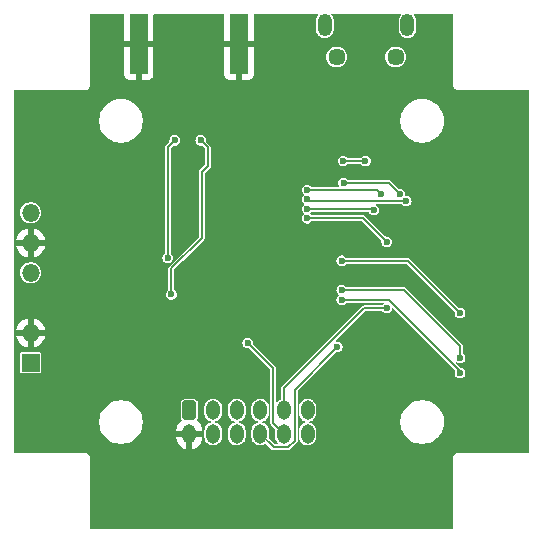
<source format=gbr>
%TF.GenerationSoftware,KiCad,Pcbnew,8.0.8*%
%TF.CreationDate,2025-04-15T16:12:00+02:00*%
%TF.ProjectId,gFocus,67466f63-7573-42e6-9b69-6361645f7063,rev?*%
%TF.SameCoordinates,Original*%
%TF.FileFunction,Copper,L2,Bot*%
%TF.FilePolarity,Positive*%
%FSLAX46Y46*%
G04 Gerber Fmt 4.6, Leading zero omitted, Abs format (unit mm)*
G04 Created by KiCad (PCBNEW 8.0.8) date 2025-04-15 16:12:00*
%MOMM*%
%LPD*%
G01*
G04 APERTURE LIST*
G04 Aperture macros list*
%AMRoundRect*
0 Rectangle with rounded corners*
0 $1 Rounding radius*
0 $2 $3 $4 $5 $6 $7 $8 $9 X,Y pos of 4 corners*
0 Add a 4 corners polygon primitive as box body*
4,1,4,$2,$3,$4,$5,$6,$7,$8,$9,$2,$3,0*
0 Add four circle primitives for the rounded corners*
1,1,$1+$1,$2,$3*
1,1,$1+$1,$4,$5*
1,1,$1+$1,$6,$7*
1,1,$1+$1,$8,$9*
0 Add four rect primitives between the rounded corners*
20,1,$1+$1,$2,$3,$4,$5,0*
20,1,$1+$1,$4,$5,$6,$7,0*
20,1,$1+$1,$6,$7,$8,$9,0*
20,1,$1+$1,$8,$9,$2,$3,0*%
G04 Aperture macros list end*
%TA.AperFunction,ComponentPad*%
%ADD10R,1.500000X1.500000*%
%TD*%
%TA.AperFunction,ComponentPad*%
%ADD11O,1.500000X1.500000*%
%TD*%
%TA.AperFunction,HeatsinkPad*%
%ADD12O,1.200000X1.900000*%
%TD*%
%TA.AperFunction,HeatsinkPad*%
%ADD13C,1.450000*%
%TD*%
%TA.AperFunction,ComponentPad*%
%ADD14RoundRect,0.250000X-0.350000X-0.575000X0.350000X-0.575000X0.350000X0.575000X-0.350000X0.575000X0*%
%TD*%
%TA.AperFunction,ComponentPad*%
%ADD15O,1.200000X1.650000*%
%TD*%
%TA.AperFunction,SMDPad,CuDef*%
%ADD16R,1.500000X5.080000*%
%TD*%
%TA.AperFunction,ViaPad*%
%ADD17C,0.600000*%
%TD*%
%TA.AperFunction,Conductor*%
%ADD18C,0.200000*%
%TD*%
G04 APERTURE END LIST*
D10*
%TO.P,U1,1,VIN+*%
%TO.N,+5V*%
X125500000Y-105382500D03*
D11*
%TO.P,U1,2,VIN-*%
%TO.N,GND*%
X125500000Y-102842500D03*
%TO.P,U1,4,VOUT-*%
%TO.N,-15V*%
X125500000Y-97762500D03*
%TO.P,U1,5,0V*%
%TO.N,GND*%
X125500000Y-95222500D03*
%TO.P,U1,6,VOUT+*%
%TO.N,+15V*%
X125500000Y-92682500D03*
%TD*%
D12*
%TO.P,J4,6,Shield*%
%TO.N,Net-(J4-Shield)*%
X157400000Y-76800000D03*
D13*
X156400000Y-79500000D03*
X151400000Y-79500000D03*
D12*
X150400000Y-76800000D03*
%TD*%
D14*
%TO.P,J3,1,Pin_1*%
%TO.N,unconnected-(J3-Pin_1-Pad1)*%
X138945000Y-109400000D03*
D15*
%TO.P,J3,2,Pin_2*%
%TO.N,GND*%
X138945000Y-111400000D03*
%TO.P,J3,3,Pin_3*%
%TO.N,unconnected-(J3-Pin_3-Pad3)*%
X140945000Y-109400000D03*
%TO.P,J3,4,Pin_4*%
%TO.N,unconnected-(J3-Pin_4-Pad4)*%
X140945000Y-111400000D03*
%TO.P,J3,5,Pin_5*%
%TO.N,unconnected-(J3-Pin_5-Pad5)*%
X142945000Y-109400000D03*
%TO.P,J3,6,Pin_6*%
%TO.N,unconnected-(J3-Pin_6-Pad6)*%
X142945000Y-111400000D03*
%TO.P,J3,7,Pin_7*%
%TO.N,unconnected-(J3-Pin_7-Pad7)*%
X144945000Y-109400000D03*
%TO.P,J3,8,Pin_8*%
%TO.N,S_CLK*%
X144945000Y-111400000D03*
%TO.P,J3,9,Pin_9*%
%TO.N,S_DIN*%
X146945000Y-109400000D03*
%TO.P,J3,10,Pin_10*%
%TO.N,Net-(J3-Pin_10)*%
X146945000Y-111400000D03*
%TO.P,J3,11,Pin_11*%
%TO.N,unconnected-(J3-Pin_11-Pad11)*%
X148945000Y-109400000D03*
%TO.P,J3,12,Pin_12*%
%TO.N,+5V*%
X148945000Y-111400000D03*
%TD*%
D16*
%TO.P,J2,2,Ext*%
%TO.N,GND*%
X134650000Y-78400000D03*
X143150000Y-78400000D03*
%TD*%
D17*
%TO.N,GND*%
X152400000Y-95100000D03*
X133400000Y-90800000D03*
X132100000Y-103400000D03*
X165920000Y-103690000D03*
X136800000Y-102500000D03*
X152900000Y-103600000D03*
X162800000Y-98750000D03*
X143100000Y-78000000D03*
X150300000Y-80700000D03*
X141400000Y-92700000D03*
X165935000Y-104977500D03*
X161150000Y-93050000D03*
X150700000Y-89250000D03*
X148300000Y-85100000D03*
X156150000Y-104450000D03*
X165800000Y-89100000D03*
X145350000Y-96650000D03*
X134600000Y-78000000D03*
X148900000Y-97300000D03*
X165900000Y-83400000D03*
X131800000Y-92700000D03*
X141700000Y-101550000D03*
X135100000Y-90800000D03*
X160000000Y-97250000D03*
X146500000Y-80000000D03*
X166050000Y-92050000D03*
X135900000Y-105400000D03*
X139900000Y-88500000D03*
X143900000Y-106300000D03*
X163950000Y-95650000D03*
X146500000Y-77900000D03*
X136450000Y-93675000D03*
X145350000Y-98750000D03*
X151762500Y-84900000D03*
X147420000Y-88870000D03*
X133900000Y-99600000D03*
X165800000Y-85500000D03*
X139000000Y-100350000D03*
X154400000Y-108200000D03*
X152550000Y-111800000D03*
X137700000Y-88500000D03*
X138600000Y-91500000D03*
X144000000Y-84700000D03*
%TO.N,+12V*%
X137112500Y-96500000D03*
X137700000Y-86550000D03*
%TO.N,-12V*%
X139900000Y-86550000D03*
X137412500Y-99600000D03*
%TO.N,SWDIO*%
X161850000Y-106250000D03*
X151850000Y-100050003D03*
%TO.N,SWDCLK*%
X161850000Y-104980000D03*
X151850000Y-99250000D03*
%TO.N,S_DIN*%
X155650000Y-100750000D03*
%TO.N,Net-(J3-Pin_10)*%
X143887500Y-103700000D03*
%TO.N,S_CLK*%
X151450000Y-104050000D03*
%TO.N,SYNC*%
X155150000Y-91100000D03*
X148900000Y-90750000D03*
%TO.N,CLK*%
X152000000Y-90150000D03*
X156750000Y-91100000D03*
%TO.N,LDAC*%
X148900000Y-92350006D03*
X154550000Y-92450000D03*
%TO.N,MISO*%
X155650000Y-95150000D03*
X148900000Y-93150009D03*
%TO.N,MOSI*%
X157300000Y-91700000D03*
X148900000Y-91550003D03*
%TO.N,ID*%
X153850000Y-88300000D03*
X151950000Y-88300000D03*
%TO.N,RESET*%
X161850000Y-101170000D03*
X151850000Y-96750000D03*
%TD*%
D18*
%TO.N,+12V*%
X137100000Y-96487500D02*
X137100000Y-87150000D01*
X137100000Y-87150000D02*
X137700000Y-86550000D01*
X137112500Y-96500000D02*
X137100000Y-96487500D01*
%TO.N,-12V*%
X140000000Y-89248529D02*
X140500000Y-88748529D01*
X140500000Y-87150000D02*
X139900000Y-86550000D01*
X137412500Y-97387500D02*
X140000000Y-94800000D01*
X140500000Y-88748529D02*
X140500000Y-87150000D01*
X140000000Y-94800000D02*
X140000000Y-89248529D01*
X137412500Y-99600000D02*
X137412500Y-97387500D01*
%TO.N,S_DIN*%
X146945000Y-109400000D02*
X146945000Y-107555000D01*
X146945000Y-107555000D02*
X153750000Y-100750000D01*
X153750000Y-100750000D02*
X155650000Y-100750000D01*
%TO.N,Net-(J3-Pin_10)*%
X146045000Y-110500000D02*
X146045000Y-105857500D01*
X146045000Y-105857500D02*
X143887500Y-103700000D01*
X146945000Y-111400000D02*
X146045000Y-110500000D01*
%TO.N,S_CLK*%
X146070000Y-112525000D02*
X144945000Y-111400000D01*
X147845000Y-107655000D02*
X147845000Y-111997792D01*
X151450000Y-104050000D02*
X147845000Y-107655000D01*
X147845000Y-111997792D02*
X147317792Y-112525000D01*
X147317792Y-112525000D02*
X146070000Y-112525000D01*
%TO.N,SYNC*%
X154800000Y-90750000D02*
X155150000Y-91100000D01*
X148900000Y-90750000D02*
X154800000Y-90750000D01*
%TO.N,CLK*%
X155800000Y-90150000D02*
X156750000Y-91100000D01*
X152000000Y-90150000D02*
X155800000Y-90150000D01*
%TO.N,LDAC*%
X154450006Y-92350006D02*
X154550000Y-92450000D01*
X148900000Y-92350006D02*
X154450006Y-92350006D01*
%TO.N,MISO*%
X153650009Y-93150009D02*
X155650000Y-95150000D01*
X148900000Y-93150009D02*
X153650009Y-93150009D01*
%TO.N,MOSI*%
X149049997Y-91700000D02*
X157300000Y-91700000D01*
X148900000Y-91550003D02*
X149049997Y-91700000D01*
%TO.N,ID*%
X151950000Y-88300000D02*
X153850000Y-88300000D01*
%TO.N,SWDCLK*%
X157100000Y-99250000D02*
X151850000Y-99250000D01*
X161850000Y-104980000D02*
X161850000Y-104000000D01*
X161850000Y-104000000D02*
X157100000Y-99250000D01*
%TO.N,SWDIO*%
X161850000Y-106101471D02*
X155798532Y-100050003D01*
X155798532Y-100050003D02*
X151850000Y-100050003D01*
X161850000Y-106250000D02*
X161850000Y-106101471D01*
%TO.N,RESET*%
X157430000Y-96750000D02*
X151850000Y-96750000D01*
X161850000Y-101170000D02*
X157430000Y-96750000D01*
%TD*%
%TA.AperFunction,Conductor*%
%TO.N,GND*%
G36*
X133385648Y-75864852D02*
G01*
X133400000Y-75899500D01*
X133400000Y-78150000D01*
X135900000Y-78150000D01*
X135900000Y-75899500D01*
X135914352Y-75864852D01*
X135949000Y-75850500D01*
X141851000Y-75850500D01*
X141885648Y-75864852D01*
X141900000Y-75899500D01*
X141900000Y-78150000D01*
X144400000Y-78150000D01*
X144400000Y-75899500D01*
X144414352Y-75864852D01*
X144449000Y-75850500D01*
X149819837Y-75850500D01*
X149854485Y-75864852D01*
X149868837Y-75899500D01*
X149854485Y-75934148D01*
X149817048Y-75971584D01*
X149734914Y-76094508D01*
X149678342Y-76231084D01*
X149678340Y-76231093D01*
X149649500Y-76376078D01*
X149649500Y-77223921D01*
X149678340Y-77368906D01*
X149678342Y-77368915D01*
X149734914Y-77505491D01*
X149734916Y-77505495D01*
X149817049Y-77628416D01*
X149921584Y-77732951D01*
X150044505Y-77815084D01*
X150112796Y-77843371D01*
X150181084Y-77871657D01*
X150181085Y-77871657D01*
X150181087Y-77871658D01*
X150326082Y-77900500D01*
X150473918Y-77900500D01*
X150618913Y-77871658D01*
X150755495Y-77815084D01*
X150878416Y-77732951D01*
X150982951Y-77628416D01*
X151065084Y-77505495D01*
X151121658Y-77368913D01*
X151150500Y-77223918D01*
X151150500Y-76376082D01*
X151121658Y-76231087D01*
X151065084Y-76094505D01*
X150982951Y-75971584D01*
X150945515Y-75934148D01*
X150931163Y-75899500D01*
X150945515Y-75864852D01*
X150980163Y-75850500D01*
X156819837Y-75850500D01*
X156854485Y-75864852D01*
X156868837Y-75899500D01*
X156854485Y-75934148D01*
X156817048Y-75971584D01*
X156734914Y-76094508D01*
X156678342Y-76231084D01*
X156678340Y-76231093D01*
X156649500Y-76376078D01*
X156649500Y-77223921D01*
X156678340Y-77368906D01*
X156678342Y-77368915D01*
X156734914Y-77505491D01*
X156734916Y-77505495D01*
X156817049Y-77628416D01*
X156921584Y-77732951D01*
X157044505Y-77815084D01*
X157112796Y-77843371D01*
X157181084Y-77871657D01*
X157181085Y-77871657D01*
X157181087Y-77871658D01*
X157326082Y-77900500D01*
X157473918Y-77900500D01*
X157618913Y-77871658D01*
X157755495Y-77815084D01*
X157878416Y-77732951D01*
X157982951Y-77628416D01*
X158065084Y-77505495D01*
X158121658Y-77368913D01*
X158150500Y-77223918D01*
X158150500Y-76376082D01*
X158121658Y-76231087D01*
X158065084Y-76094505D01*
X157982951Y-75971584D01*
X157945515Y-75934148D01*
X157931163Y-75899500D01*
X157945515Y-75864852D01*
X157980163Y-75850500D01*
X161200500Y-75850500D01*
X161235148Y-75864852D01*
X161249500Y-75899500D01*
X161249500Y-81865895D01*
X161283607Y-81993184D01*
X161283608Y-81993188D01*
X161349500Y-82107314D01*
X161442686Y-82200500D01*
X161484457Y-82224617D01*
X161556811Y-82266391D01*
X161556813Y-82266391D01*
X161556814Y-82266392D01*
X161657207Y-82293292D01*
X161684104Y-82300499D01*
X161684105Y-82300500D01*
X161684108Y-82300500D01*
X161815892Y-82300500D01*
X167650500Y-82300500D01*
X167685148Y-82314852D01*
X167699500Y-82349500D01*
X167699500Y-112950500D01*
X167685148Y-112985148D01*
X167650500Y-112999500D01*
X161684105Y-112999500D01*
X161556815Y-113033607D01*
X161556811Y-113033608D01*
X161442685Y-113099500D01*
X161442685Y-113099501D01*
X161349501Y-113192685D01*
X161349500Y-113192685D01*
X161283608Y-113306811D01*
X161283607Y-113306815D01*
X161249500Y-113434104D01*
X161249500Y-119400500D01*
X161235148Y-119435148D01*
X161200500Y-119449500D01*
X130599500Y-119449500D01*
X130564852Y-119435148D01*
X130550500Y-119400500D01*
X130550500Y-113434105D01*
X130550499Y-113434104D01*
X130516392Y-113306815D01*
X130516391Y-113306811D01*
X130450499Y-113192685D01*
X130357314Y-113099500D01*
X130243188Y-113033608D01*
X130243184Y-113033607D01*
X130115895Y-112999500D01*
X130115892Y-112999500D01*
X124149500Y-112999500D01*
X124114852Y-112985148D01*
X124100500Y-112950500D01*
X124100500Y-110278712D01*
X131299500Y-110278712D01*
X131299500Y-110521288D01*
X131331162Y-110761789D01*
X131331163Y-110761793D01*
X131331164Y-110761800D01*
X131393944Y-110996095D01*
X131393946Y-110996101D01*
X131486776Y-111220213D01*
X131608062Y-111430286D01*
X131608072Y-111430301D01*
X131755730Y-111622732D01*
X131755740Y-111622744D01*
X131927255Y-111794259D01*
X131927267Y-111794269D01*
X132119698Y-111941927D01*
X132119707Y-111941933D01*
X132119711Y-111941936D01*
X132329788Y-112063224D01*
X132553900Y-112156054D01*
X132553904Y-112156055D01*
X132788199Y-112218835D01*
X132788200Y-112218835D01*
X132788211Y-112218838D01*
X133028712Y-112250500D01*
X133028716Y-112250500D01*
X133271284Y-112250500D01*
X133271288Y-112250500D01*
X133511789Y-112218838D01*
X133746100Y-112156054D01*
X133970212Y-112063224D01*
X134180289Y-111941936D01*
X134372738Y-111794265D01*
X134544265Y-111622738D01*
X134691936Y-111430289D01*
X134813224Y-111220212D01*
X134867811Y-111088428D01*
X137845000Y-111088428D01*
X137845000Y-111150000D01*
X138598590Y-111150000D01*
X138548963Y-111235956D01*
X138520000Y-111344048D01*
X138520000Y-111455952D01*
X138548963Y-111564044D01*
X138598590Y-111650000D01*
X137845000Y-111650000D01*
X137845000Y-111711571D01*
X137872085Y-111882581D01*
X137872086Y-111882584D01*
X137925589Y-112047251D01*
X138004197Y-112201527D01*
X138004199Y-112201530D01*
X138105968Y-112341603D01*
X138105972Y-112341608D01*
X138228392Y-112464028D01*
X138228396Y-112464031D01*
X138368469Y-112565800D01*
X138368472Y-112565802D01*
X138522748Y-112644410D01*
X138687416Y-112697914D01*
X138695000Y-112699115D01*
X138695000Y-111746409D01*
X138780956Y-111796037D01*
X138889048Y-111825000D01*
X139000952Y-111825000D01*
X139109044Y-111796037D01*
X139195000Y-111746409D01*
X139195000Y-112699114D01*
X139202583Y-112697914D01*
X139367251Y-112644410D01*
X139521527Y-112565802D01*
X139521530Y-112565800D01*
X139661603Y-112464031D01*
X139661608Y-112464028D01*
X139784028Y-112341608D01*
X139784031Y-112341603D01*
X139885800Y-112201530D01*
X139885802Y-112201527D01*
X139964410Y-112047251D01*
X140017913Y-111882584D01*
X140017914Y-111882581D01*
X140045000Y-111711571D01*
X140045000Y-111650000D01*
X139291410Y-111650000D01*
X139341037Y-111564044D01*
X139370000Y-111455952D01*
X139370000Y-111344048D01*
X139341037Y-111235956D01*
X139291410Y-111150000D01*
X140045000Y-111150000D01*
X140045000Y-111088428D01*
X140017914Y-110917418D01*
X140017913Y-110917415D01*
X139964410Y-110752748D01*
X139885802Y-110598472D01*
X139885800Y-110598469D01*
X139784031Y-110458396D01*
X139784028Y-110458392D01*
X139661608Y-110335972D01*
X139661603Y-110335968D01*
X139614664Y-110301865D01*
X139595068Y-110269889D01*
X139603823Y-110233422D01*
X139608818Y-110227574D01*
X139623046Y-110213346D01*
X139623050Y-110213342D01*
X139680646Y-110100304D01*
X139695500Y-110006519D01*
X139695499Y-109101078D01*
X140194500Y-109101078D01*
X140194500Y-109698921D01*
X140223340Y-109843906D01*
X140223342Y-109843915D01*
X140279914Y-109980491D01*
X140279916Y-109980495D01*
X140318481Y-110038211D01*
X140359971Y-110100307D01*
X140362049Y-110103416D01*
X140466584Y-110207951D01*
X140589505Y-110290084D01*
X140605888Y-110296870D01*
X140726084Y-110346657D01*
X140726093Y-110346660D01*
X140752647Y-110351942D01*
X140783829Y-110372777D01*
X140791145Y-110409560D01*
X140770310Y-110440742D01*
X140752647Y-110448058D01*
X140726093Y-110453339D01*
X140726084Y-110453342D01*
X140589508Y-110509914D01*
X140466584Y-110592048D01*
X140362048Y-110696584D01*
X140279914Y-110819508D01*
X140223342Y-110956084D01*
X140223340Y-110956093D01*
X140194500Y-111101078D01*
X140194500Y-111698921D01*
X140223340Y-111843906D01*
X140223342Y-111843915D01*
X140264802Y-111944007D01*
X140279916Y-111980495D01*
X140362049Y-112103416D01*
X140466584Y-112207951D01*
X140589505Y-112290084D01*
X140657796Y-112318371D01*
X140726084Y-112346657D01*
X140726085Y-112346657D01*
X140726087Y-112346658D01*
X140871082Y-112375500D01*
X141018918Y-112375500D01*
X141163913Y-112346658D01*
X141300495Y-112290084D01*
X141423416Y-112207951D01*
X141527951Y-112103416D01*
X141610084Y-111980495D01*
X141666658Y-111843913D01*
X141695500Y-111698918D01*
X141695500Y-111101082D01*
X141666658Y-110956087D01*
X141610084Y-110819505D01*
X141527951Y-110696584D01*
X141423416Y-110592049D01*
X141300495Y-110509916D01*
X141300492Y-110509914D01*
X141300491Y-110509914D01*
X141163915Y-110453342D01*
X141163906Y-110453340D01*
X141137352Y-110448058D01*
X141106170Y-110427223D01*
X141098854Y-110390440D01*
X141119689Y-110359258D01*
X141137352Y-110351942D01*
X141152966Y-110348835D01*
X141163913Y-110346658D01*
X141300495Y-110290084D01*
X141423416Y-110207951D01*
X141527951Y-110103416D01*
X141610084Y-109980495D01*
X141666658Y-109843913D01*
X141695500Y-109698918D01*
X141695500Y-109101082D01*
X141695499Y-109101078D01*
X142194500Y-109101078D01*
X142194500Y-109698921D01*
X142223340Y-109843906D01*
X142223342Y-109843915D01*
X142279914Y-109980491D01*
X142279916Y-109980495D01*
X142318481Y-110038211D01*
X142359971Y-110100307D01*
X142362049Y-110103416D01*
X142466584Y-110207951D01*
X142589505Y-110290084D01*
X142605888Y-110296870D01*
X142726084Y-110346657D01*
X142726093Y-110346660D01*
X142752647Y-110351942D01*
X142783829Y-110372777D01*
X142791145Y-110409560D01*
X142770310Y-110440742D01*
X142752647Y-110448058D01*
X142726093Y-110453339D01*
X142726084Y-110453342D01*
X142589508Y-110509914D01*
X142466584Y-110592048D01*
X142362048Y-110696584D01*
X142279914Y-110819508D01*
X142223342Y-110956084D01*
X142223340Y-110956093D01*
X142194500Y-111101078D01*
X142194500Y-111698921D01*
X142223340Y-111843906D01*
X142223342Y-111843915D01*
X142264802Y-111944007D01*
X142279916Y-111980495D01*
X142362049Y-112103416D01*
X142466584Y-112207951D01*
X142589505Y-112290084D01*
X142657796Y-112318371D01*
X142726084Y-112346657D01*
X142726085Y-112346657D01*
X142726087Y-112346658D01*
X142871082Y-112375500D01*
X143018918Y-112375500D01*
X143163913Y-112346658D01*
X143300495Y-112290084D01*
X143423416Y-112207951D01*
X143527951Y-112103416D01*
X143610084Y-111980495D01*
X143666658Y-111843913D01*
X143695500Y-111698918D01*
X143695500Y-111101082D01*
X143666658Y-110956087D01*
X143610084Y-110819505D01*
X143527951Y-110696584D01*
X143423416Y-110592049D01*
X143300495Y-110509916D01*
X143300492Y-110509914D01*
X143300491Y-110509914D01*
X143163915Y-110453342D01*
X143163906Y-110453340D01*
X143137352Y-110448058D01*
X143106170Y-110427223D01*
X143098854Y-110390440D01*
X143119689Y-110359258D01*
X143137352Y-110351942D01*
X143152966Y-110348835D01*
X143163913Y-110346658D01*
X143300495Y-110290084D01*
X143423416Y-110207951D01*
X143527951Y-110103416D01*
X143610084Y-109980495D01*
X143666658Y-109843913D01*
X143695500Y-109698918D01*
X143695500Y-109101082D01*
X143666658Y-108956087D01*
X143610084Y-108819505D01*
X143527951Y-108696584D01*
X143423416Y-108592049D01*
X143415346Y-108586657D01*
X143382810Y-108564917D01*
X143300495Y-108509916D01*
X143300492Y-108509914D01*
X143300491Y-108509914D01*
X143163915Y-108453342D01*
X143163906Y-108453340D01*
X143018921Y-108424500D01*
X143018918Y-108424500D01*
X142871082Y-108424500D01*
X142871078Y-108424500D01*
X142726093Y-108453340D01*
X142726084Y-108453342D01*
X142589508Y-108509914D01*
X142466584Y-108592048D01*
X142362048Y-108696584D01*
X142279914Y-108819508D01*
X142223342Y-108956084D01*
X142223340Y-108956093D01*
X142194500Y-109101078D01*
X141695499Y-109101078D01*
X141666658Y-108956087D01*
X141610084Y-108819505D01*
X141527951Y-108696584D01*
X141423416Y-108592049D01*
X141415346Y-108586657D01*
X141382810Y-108564917D01*
X141300495Y-108509916D01*
X141300492Y-108509914D01*
X141300491Y-108509914D01*
X141163915Y-108453342D01*
X141163906Y-108453340D01*
X141018921Y-108424500D01*
X141018918Y-108424500D01*
X140871082Y-108424500D01*
X140871078Y-108424500D01*
X140726093Y-108453340D01*
X140726084Y-108453342D01*
X140589508Y-108509914D01*
X140466584Y-108592048D01*
X140362048Y-108696584D01*
X140279914Y-108819508D01*
X140223342Y-108956084D01*
X140223340Y-108956093D01*
X140194500Y-109101078D01*
X139695499Y-109101078D01*
X139695499Y-108793482D01*
X139680646Y-108699696D01*
X139652239Y-108643944D01*
X139623054Y-108586664D01*
X139623049Y-108586657D01*
X139533342Y-108496950D01*
X139533335Y-108496945D01*
X139420308Y-108439355D01*
X139420305Y-108439354D01*
X139420304Y-108439354D01*
X139326519Y-108424500D01*
X139326517Y-108424500D01*
X138563482Y-108424500D01*
X138469696Y-108439353D01*
X138356664Y-108496945D01*
X138356657Y-108496950D01*
X138266950Y-108586657D01*
X138266945Y-108586664D01*
X138209355Y-108699690D01*
X138209355Y-108699692D01*
X138194500Y-108793482D01*
X138194500Y-110006517D01*
X138209353Y-110100303D01*
X138266945Y-110213335D01*
X138266950Y-110213342D01*
X138281182Y-110227574D01*
X138295534Y-110262222D01*
X138281182Y-110296870D01*
X138275336Y-110301863D01*
X138228399Y-110335965D01*
X138105968Y-110458396D01*
X138004199Y-110598469D01*
X138004197Y-110598472D01*
X137925589Y-110752748D01*
X137872086Y-110917415D01*
X137872085Y-110917418D01*
X137845000Y-111088428D01*
X134867811Y-111088428D01*
X134906054Y-110996100D01*
X134968838Y-110761789D01*
X135000500Y-110521288D01*
X135000500Y-110278712D01*
X134968838Y-110038211D01*
X134959622Y-110003818D01*
X134906055Y-109803904D01*
X134906053Y-109803898D01*
X134813223Y-109579786D01*
X134691937Y-109369713D01*
X134691927Y-109369698D01*
X134544269Y-109177267D01*
X134544259Y-109177255D01*
X134372744Y-109005740D01*
X134372732Y-109005730D01*
X134180301Y-108858072D01*
X134180286Y-108858062D01*
X133970212Y-108736776D01*
X133970213Y-108736776D01*
X133746101Y-108643946D01*
X133746095Y-108643944D01*
X133511800Y-108581164D01*
X133511793Y-108581163D01*
X133511789Y-108581162D01*
X133271288Y-108549500D01*
X133028712Y-108549500D01*
X132788211Y-108581162D01*
X132788207Y-108581162D01*
X132788199Y-108581164D01*
X132553904Y-108643944D01*
X132553898Y-108643946D01*
X132329786Y-108736776D01*
X132119713Y-108858062D01*
X132119698Y-108858072D01*
X131927267Y-109005730D01*
X131927255Y-109005740D01*
X131755740Y-109177255D01*
X131755730Y-109177267D01*
X131608072Y-109369698D01*
X131608062Y-109369713D01*
X131486776Y-109579786D01*
X131393946Y-109803898D01*
X131393944Y-109803904D01*
X131331164Y-110038199D01*
X131331162Y-110038207D01*
X131331162Y-110038211D01*
X131299500Y-110278712D01*
X124100500Y-110278712D01*
X124100500Y-104617676D01*
X124599500Y-104617676D01*
X124599500Y-106147323D01*
X124608232Y-106191221D01*
X124641495Y-106241004D01*
X124691278Y-106274267D01*
X124735180Y-106283000D01*
X126264820Y-106283000D01*
X126308722Y-106274267D01*
X126358504Y-106241004D01*
X126391767Y-106191222D01*
X126400500Y-106147320D01*
X126400500Y-104617680D01*
X126391767Y-104573778D01*
X126358504Y-104523995D01*
X126308721Y-104490732D01*
X126264823Y-104482000D01*
X126264820Y-104482000D01*
X124735180Y-104482000D01*
X124735176Y-104482000D01*
X124691278Y-104490732D01*
X124641495Y-104523995D01*
X124608232Y-104573778D01*
X124599500Y-104617676D01*
X124100500Y-104617676D01*
X124100500Y-103092500D01*
X124272892Y-103092500D01*
X124320894Y-103271650D01*
X124320896Y-103271655D01*
X124413331Y-103469886D01*
X124413338Y-103469898D01*
X124538782Y-103649048D01*
X124538788Y-103649055D01*
X124693444Y-103803711D01*
X124693451Y-103803717D01*
X124872601Y-103929161D01*
X124872613Y-103929168D01*
X125070843Y-104021603D01*
X125070847Y-104021605D01*
X125250000Y-104069607D01*
X125250000Y-104069606D01*
X125750000Y-104069606D01*
X125929152Y-104021605D01*
X125929156Y-104021603D01*
X126127386Y-103929168D01*
X126127398Y-103929161D01*
X126306548Y-103803717D01*
X126306555Y-103803711D01*
X126410269Y-103699997D01*
X143432367Y-103699997D01*
X143432367Y-103700002D01*
X143450801Y-103828223D01*
X143504618Y-103946063D01*
X143570074Y-104021605D01*
X143589451Y-104043967D01*
X143698431Y-104114004D01*
X143767593Y-104134311D01*
X143822723Y-104150499D01*
X143822728Y-104150500D01*
X143952265Y-104150500D01*
X143952272Y-104150500D01*
X143952278Y-104150498D01*
X143955494Y-104150035D01*
X143991834Y-104159302D01*
X143997126Y-104163887D01*
X145780148Y-105946908D01*
X145794500Y-105981556D01*
X145794500Y-110549829D01*
X145807886Y-110582145D01*
X145832636Y-110641897D01*
X145832637Y-110641898D01*
X145832637Y-110641899D01*
X146192125Y-111001386D01*
X146206477Y-111036034D01*
X146205536Y-111045592D01*
X146194500Y-111101083D01*
X146194500Y-111698921D01*
X146223340Y-111843906D01*
X146223342Y-111843915D01*
X146264802Y-111944007D01*
X146279916Y-111980495D01*
X146324521Y-112047251D01*
X146362048Y-112103415D01*
X146449485Y-112190852D01*
X146463837Y-112225500D01*
X146449485Y-112260148D01*
X146414837Y-112274500D01*
X146194057Y-112274500D01*
X146159409Y-112260148D01*
X145697872Y-111798611D01*
X145683520Y-111763963D01*
X145684460Y-111754414D01*
X145695500Y-111698918D01*
X145695500Y-111101082D01*
X145666658Y-110956087D01*
X145610084Y-110819505D01*
X145527951Y-110696584D01*
X145423416Y-110592049D01*
X145300495Y-110509916D01*
X145300492Y-110509914D01*
X145300491Y-110509914D01*
X145163915Y-110453342D01*
X145163906Y-110453340D01*
X145137352Y-110448058D01*
X145106170Y-110427223D01*
X145098854Y-110390440D01*
X145119689Y-110359258D01*
X145137352Y-110351942D01*
X145152966Y-110348835D01*
X145163913Y-110346658D01*
X145300495Y-110290084D01*
X145423416Y-110207951D01*
X145527951Y-110103416D01*
X145610084Y-109980495D01*
X145666658Y-109843913D01*
X145695500Y-109698918D01*
X145695500Y-109101082D01*
X145666658Y-108956087D01*
X145610084Y-108819505D01*
X145527951Y-108696584D01*
X145423416Y-108592049D01*
X145415346Y-108586657D01*
X145382810Y-108564917D01*
X145300495Y-108509916D01*
X145300492Y-108509914D01*
X145300491Y-108509914D01*
X145163915Y-108453342D01*
X145163906Y-108453340D01*
X145018921Y-108424500D01*
X145018918Y-108424500D01*
X144871082Y-108424500D01*
X144871078Y-108424500D01*
X144726093Y-108453340D01*
X144726084Y-108453342D01*
X144589508Y-108509914D01*
X144466584Y-108592048D01*
X144362048Y-108696584D01*
X144279914Y-108819508D01*
X144223342Y-108956084D01*
X144223340Y-108956093D01*
X144194500Y-109101078D01*
X144194500Y-109698921D01*
X144223340Y-109843906D01*
X144223342Y-109843915D01*
X144279914Y-109980491D01*
X144279916Y-109980495D01*
X144318481Y-110038211D01*
X144359971Y-110100307D01*
X144362049Y-110103416D01*
X144466584Y-110207951D01*
X144589505Y-110290084D01*
X144605888Y-110296870D01*
X144726084Y-110346657D01*
X144726093Y-110346660D01*
X144752647Y-110351942D01*
X144783829Y-110372777D01*
X144791145Y-110409560D01*
X144770310Y-110440742D01*
X144752647Y-110448058D01*
X144726093Y-110453339D01*
X144726084Y-110453342D01*
X144589508Y-110509914D01*
X144466584Y-110592048D01*
X144362048Y-110696584D01*
X144279914Y-110819508D01*
X144223342Y-110956084D01*
X144223340Y-110956093D01*
X144194500Y-111101078D01*
X144194500Y-111698921D01*
X144223340Y-111843906D01*
X144223342Y-111843915D01*
X144264802Y-111944007D01*
X144279916Y-111980495D01*
X144362049Y-112103416D01*
X144466584Y-112207951D01*
X144589505Y-112290084D01*
X144657796Y-112318371D01*
X144726084Y-112346657D01*
X144726085Y-112346657D01*
X144726087Y-112346658D01*
X144871082Y-112375500D01*
X145018918Y-112375500D01*
X145163913Y-112346658D01*
X145300495Y-112290084D01*
X145375158Y-112240194D01*
X145411939Y-112232878D01*
X145437028Y-112246289D01*
X145857636Y-112666897D01*
X145928100Y-112737362D01*
X145928101Y-112737362D01*
X145928103Y-112737364D01*
X146020172Y-112775500D01*
X146020174Y-112775500D01*
X147367618Y-112775500D01*
X147367620Y-112775500D01*
X147459689Y-112737364D01*
X147980004Y-112217046D01*
X147980007Y-112217045D01*
X147986896Y-112210156D01*
X147986897Y-112210156D01*
X148057364Y-112139689D01*
X148094705Y-112049540D01*
X148095501Y-112047619D01*
X148095501Y-111947964D01*
X148095501Y-111944021D01*
X148095500Y-111944007D01*
X148095500Y-109101078D01*
X148194500Y-109101078D01*
X148194500Y-109698921D01*
X148223340Y-109843906D01*
X148223342Y-109843915D01*
X148279914Y-109980491D01*
X148279916Y-109980495D01*
X148318481Y-110038211D01*
X148359971Y-110100307D01*
X148362049Y-110103416D01*
X148466584Y-110207951D01*
X148589505Y-110290084D01*
X148605888Y-110296870D01*
X148726084Y-110346657D01*
X148726093Y-110346660D01*
X148752647Y-110351942D01*
X148783829Y-110372777D01*
X148791145Y-110409560D01*
X148770310Y-110440742D01*
X148752647Y-110448058D01*
X148726093Y-110453339D01*
X148726084Y-110453342D01*
X148589508Y-110509914D01*
X148466584Y-110592048D01*
X148362048Y-110696584D01*
X148279914Y-110819508D01*
X148223342Y-110956084D01*
X148223340Y-110956093D01*
X148194500Y-111101078D01*
X148194500Y-111698921D01*
X148223340Y-111843906D01*
X148223342Y-111843915D01*
X148264802Y-111944007D01*
X148279916Y-111980495D01*
X148362049Y-112103416D01*
X148466584Y-112207951D01*
X148589505Y-112290084D01*
X148657796Y-112318371D01*
X148726084Y-112346657D01*
X148726085Y-112346657D01*
X148726087Y-112346658D01*
X148871082Y-112375500D01*
X149018918Y-112375500D01*
X149163913Y-112346658D01*
X149300495Y-112290084D01*
X149423416Y-112207951D01*
X149527951Y-112103416D01*
X149610084Y-111980495D01*
X149666658Y-111843913D01*
X149695500Y-111698918D01*
X149695500Y-111101082D01*
X149666658Y-110956087D01*
X149610084Y-110819505D01*
X149527951Y-110696584D01*
X149423416Y-110592049D01*
X149300495Y-110509916D01*
X149300492Y-110509914D01*
X149300491Y-110509914D01*
X149163915Y-110453342D01*
X149163906Y-110453340D01*
X149137352Y-110448058D01*
X149106170Y-110427223D01*
X149098854Y-110390440D01*
X149119689Y-110359258D01*
X149137352Y-110351942D01*
X149152966Y-110348835D01*
X149163913Y-110346658D01*
X149300495Y-110290084D01*
X149317514Y-110278712D01*
X156799500Y-110278712D01*
X156799500Y-110521288D01*
X156831162Y-110761789D01*
X156831163Y-110761793D01*
X156831164Y-110761800D01*
X156893944Y-110996095D01*
X156893946Y-110996101D01*
X156986776Y-111220213D01*
X157108062Y-111430286D01*
X157108072Y-111430301D01*
X157255730Y-111622732D01*
X157255740Y-111622744D01*
X157427255Y-111794259D01*
X157427267Y-111794269D01*
X157619698Y-111941927D01*
X157619707Y-111941933D01*
X157619711Y-111941936D01*
X157829788Y-112063224D01*
X158053900Y-112156054D01*
X158053904Y-112156055D01*
X158288199Y-112218835D01*
X158288200Y-112218835D01*
X158288211Y-112218838D01*
X158528712Y-112250500D01*
X158528716Y-112250500D01*
X158771284Y-112250500D01*
X158771288Y-112250500D01*
X159011789Y-112218838D01*
X159246100Y-112156054D01*
X159470212Y-112063224D01*
X159680289Y-111941936D01*
X159872738Y-111794265D01*
X160044265Y-111622738D01*
X160191936Y-111430289D01*
X160313224Y-111220212D01*
X160406054Y-110996100D01*
X160468838Y-110761789D01*
X160500500Y-110521288D01*
X160500500Y-110278712D01*
X160468838Y-110038211D01*
X160459622Y-110003818D01*
X160406055Y-109803904D01*
X160406053Y-109803898D01*
X160313223Y-109579786D01*
X160191937Y-109369713D01*
X160191927Y-109369698D01*
X160044269Y-109177267D01*
X160044259Y-109177255D01*
X159872744Y-109005740D01*
X159872732Y-109005730D01*
X159680301Y-108858072D01*
X159680286Y-108858062D01*
X159470212Y-108736776D01*
X159470213Y-108736776D01*
X159246101Y-108643946D01*
X159246095Y-108643944D01*
X159011800Y-108581164D01*
X159011793Y-108581163D01*
X159011789Y-108581162D01*
X158771288Y-108549500D01*
X158528712Y-108549500D01*
X158288211Y-108581162D01*
X158288207Y-108581162D01*
X158288199Y-108581164D01*
X158053904Y-108643944D01*
X158053898Y-108643946D01*
X157829786Y-108736776D01*
X157619713Y-108858062D01*
X157619698Y-108858072D01*
X157427267Y-109005730D01*
X157427255Y-109005740D01*
X157255740Y-109177255D01*
X157255730Y-109177267D01*
X157108072Y-109369698D01*
X157108062Y-109369713D01*
X156986776Y-109579786D01*
X156893946Y-109803898D01*
X156893944Y-109803904D01*
X156831164Y-110038199D01*
X156831162Y-110038207D01*
X156831162Y-110038211D01*
X156799500Y-110278712D01*
X149317514Y-110278712D01*
X149423416Y-110207951D01*
X149527951Y-110103416D01*
X149610084Y-109980495D01*
X149666658Y-109843913D01*
X149695500Y-109698918D01*
X149695500Y-109101082D01*
X149666658Y-108956087D01*
X149610084Y-108819505D01*
X149527951Y-108696584D01*
X149423416Y-108592049D01*
X149415346Y-108586657D01*
X149382810Y-108564917D01*
X149300495Y-108509916D01*
X149300492Y-108509914D01*
X149300491Y-108509914D01*
X149163915Y-108453342D01*
X149163906Y-108453340D01*
X149018921Y-108424500D01*
X149018918Y-108424500D01*
X148871082Y-108424500D01*
X148871078Y-108424500D01*
X148726093Y-108453340D01*
X148726084Y-108453342D01*
X148589508Y-108509914D01*
X148466584Y-108592048D01*
X148362048Y-108696584D01*
X148279914Y-108819508D01*
X148223342Y-108956084D01*
X148223340Y-108956093D01*
X148194500Y-109101078D01*
X148095500Y-109101078D01*
X148095500Y-107779055D01*
X148109851Y-107744408D01*
X151340372Y-104513886D01*
X151375019Y-104499535D01*
X151382000Y-104500035D01*
X151385226Y-104500499D01*
X151385228Y-104500500D01*
X151385230Y-104500500D01*
X151514772Y-104500500D01*
X151514776Y-104500499D01*
X151548036Y-104490733D01*
X151639069Y-104464004D01*
X151748049Y-104393967D01*
X151832882Y-104296063D01*
X151886697Y-104178226D01*
X151886697Y-104178224D01*
X151886698Y-104178223D01*
X151905133Y-104050002D01*
X151905133Y-104049997D01*
X151886698Y-103921776D01*
X151857618Y-103858101D01*
X151832882Y-103803937D01*
X151748049Y-103706033D01*
X151639069Y-103635996D01*
X151639066Y-103635995D01*
X151514776Y-103599500D01*
X151514772Y-103599500D01*
X151385228Y-103599500D01*
X151385218Y-103599501D01*
X151384726Y-103599646D01*
X151384432Y-103599614D01*
X151381756Y-103599999D01*
X151381657Y-103599315D01*
X151347439Y-103595634D01*
X151323910Y-103566430D01*
X151327922Y-103529143D01*
X151336275Y-103517985D01*
X153839409Y-101014852D01*
X153874057Y-101000500D01*
X155248585Y-101000500D01*
X155283233Y-101014852D01*
X155285617Y-101017412D01*
X155351951Y-101093967D01*
X155460931Y-101164004D01*
X155530093Y-101184311D01*
X155585223Y-101200499D01*
X155585228Y-101200500D01*
X155714772Y-101200500D01*
X155714776Y-101200499D01*
X155735324Y-101194465D01*
X155839069Y-101164004D01*
X155948049Y-101093967D01*
X156032882Y-100996063D01*
X156086697Y-100878226D01*
X156096121Y-100812675D01*
X156115257Y-100780424D01*
X156151595Y-100771149D01*
X156179270Y-100785002D01*
X161421455Y-106027187D01*
X161435807Y-106061835D01*
X161431379Y-106082189D01*
X161413302Y-106121774D01*
X161394867Y-106249997D01*
X161394867Y-106250002D01*
X161413301Y-106378223D01*
X161467118Y-106496063D01*
X161551951Y-106593967D01*
X161660931Y-106664004D01*
X161730093Y-106684311D01*
X161785223Y-106700499D01*
X161785228Y-106700500D01*
X161914772Y-106700500D01*
X161914776Y-106700499D01*
X161935324Y-106694465D01*
X162039069Y-106664004D01*
X162148049Y-106593967D01*
X162232882Y-106496063D01*
X162286697Y-106378226D01*
X162286697Y-106378224D01*
X162286698Y-106378223D01*
X162305133Y-106250002D01*
X162305133Y-106249997D01*
X162286698Y-106121776D01*
X162259323Y-106061835D01*
X162232882Y-106003937D01*
X162148049Y-105906033D01*
X162039069Y-105835996D01*
X162039066Y-105835995D01*
X161911409Y-105798512D01*
X161911729Y-105797419D01*
X161888661Y-105785871D01*
X161523875Y-105421085D01*
X161509523Y-105386437D01*
X161523875Y-105351789D01*
X161558523Y-105337437D01*
X161585013Y-105345214D01*
X161660931Y-105394004D01*
X161730093Y-105414311D01*
X161785223Y-105430499D01*
X161785228Y-105430500D01*
X161914772Y-105430500D01*
X161914776Y-105430499D01*
X161946837Y-105421085D01*
X162039069Y-105394004D01*
X162148049Y-105323967D01*
X162232882Y-105226063D01*
X162286697Y-105108226D01*
X162286697Y-105108224D01*
X162286698Y-105108223D01*
X162305133Y-104980002D01*
X162305133Y-104979997D01*
X162286698Y-104851776D01*
X162279297Y-104835572D01*
X162232882Y-104733937D01*
X162148049Y-104636033D01*
X162123008Y-104619940D01*
X162101620Y-104589135D01*
X162100500Y-104578719D01*
X162100500Y-103950174D01*
X162100499Y-103950170D01*
X162086816Y-103917136D01*
X162062364Y-103858103D01*
X162062362Y-103858101D01*
X162062362Y-103858100D01*
X161991897Y-103787636D01*
X157241899Y-99037637D01*
X157149829Y-98999500D01*
X157149828Y-98999500D01*
X152251415Y-98999500D01*
X152216767Y-98985148D01*
X152214383Y-98982588D01*
X152148048Y-98906032D01*
X152148046Y-98906031D01*
X152140197Y-98900986D01*
X152039069Y-98835996D01*
X152039066Y-98835995D01*
X151914776Y-98799500D01*
X151914772Y-98799500D01*
X151785228Y-98799500D01*
X151785223Y-98799500D01*
X151660933Y-98835995D01*
X151551950Y-98906033D01*
X151467119Y-99003936D01*
X151467118Y-99003936D01*
X151413301Y-99121776D01*
X151394867Y-99249997D01*
X151394867Y-99250002D01*
X151413301Y-99378223D01*
X151467118Y-99496063D01*
X151483398Y-99514852D01*
X151551951Y-99593967D01*
X151551953Y-99593968D01*
X151574999Y-99608779D01*
X151596388Y-99639585D01*
X151589730Y-99676492D01*
X151575000Y-99691222D01*
X151551955Y-99706032D01*
X151551951Y-99706035D01*
X151467118Y-99803939D01*
X151413301Y-99921779D01*
X151394867Y-100050000D01*
X151394867Y-100050005D01*
X151413301Y-100178226D01*
X151467118Y-100296066D01*
X151483398Y-100314855D01*
X151551951Y-100393970D01*
X151660931Y-100464007D01*
X151724214Y-100482588D01*
X151785223Y-100500502D01*
X151785228Y-100500503D01*
X151914772Y-100500503D01*
X151914776Y-100500502D01*
X151935324Y-100494468D01*
X152039069Y-100464007D01*
X152148049Y-100393970D01*
X152214383Y-100317415D01*
X152247919Y-100300628D01*
X152251415Y-100300503D01*
X155349280Y-100300503D01*
X155383928Y-100314855D01*
X155398280Y-100349503D01*
X155383928Y-100384151D01*
X155375771Y-100390725D01*
X155351953Y-100406031D01*
X155351951Y-100406032D01*
X155285617Y-100482588D01*
X155252081Y-100499375D01*
X155248585Y-100499500D01*
X153700170Y-100499500D01*
X153608101Y-100537637D01*
X153608100Y-100537637D01*
X146803103Y-107342636D01*
X146732637Y-107413100D01*
X146732637Y-107413101D01*
X146694500Y-107505170D01*
X146694500Y-108433684D01*
X146680148Y-108468332D01*
X146664252Y-108478954D01*
X146589508Y-108509914D01*
X146466584Y-108592048D01*
X146379148Y-108679485D01*
X146344500Y-108693837D01*
X146309852Y-108679485D01*
X146295500Y-108644837D01*
X146295500Y-105913037D01*
X146295501Y-105913028D01*
X146295501Y-105807674D01*
X146295500Y-105807670D01*
X146257364Y-105715604D01*
X146257363Y-105715602D01*
X146184107Y-105642346D01*
X146184100Y-105642340D01*
X144347295Y-103805535D01*
X144332943Y-103770887D01*
X144333440Y-103763928D01*
X144342633Y-103700000D01*
X144342633Y-103699997D01*
X144324198Y-103571776D01*
X144277671Y-103469898D01*
X144270382Y-103453937D01*
X144185549Y-103356033D01*
X144076569Y-103285996D01*
X144076566Y-103285995D01*
X143952276Y-103249500D01*
X143952272Y-103249500D01*
X143822728Y-103249500D01*
X143822723Y-103249500D01*
X143698433Y-103285995D01*
X143589450Y-103356033D01*
X143504619Y-103453936D01*
X143504618Y-103453936D01*
X143450801Y-103571776D01*
X143432367Y-103699997D01*
X126410269Y-103699997D01*
X126461211Y-103649055D01*
X126461217Y-103649048D01*
X126586661Y-103469898D01*
X126586668Y-103469886D01*
X126679103Y-103271655D01*
X126679105Y-103271650D01*
X126727108Y-103092500D01*
X125750000Y-103092500D01*
X125750000Y-104069606D01*
X125250000Y-104069606D01*
X125250000Y-103092500D01*
X124272892Y-103092500D01*
X124100500Y-103092500D01*
X124100500Y-102796422D01*
X125150000Y-102796422D01*
X125150000Y-102888578D01*
X125173852Y-102977595D01*
X125219930Y-103057405D01*
X125285095Y-103122570D01*
X125364905Y-103168648D01*
X125453922Y-103192500D01*
X125546078Y-103192500D01*
X125635095Y-103168648D01*
X125714905Y-103122570D01*
X125780070Y-103057405D01*
X125826148Y-102977595D01*
X125850000Y-102888578D01*
X125850000Y-102796422D01*
X125826148Y-102707405D01*
X125780070Y-102627595D01*
X125744975Y-102592500D01*
X125750000Y-102592500D01*
X126727108Y-102592500D01*
X126679105Y-102413349D01*
X126679104Y-102413344D01*
X126586668Y-102215114D01*
X126586661Y-102215102D01*
X126461217Y-102035951D01*
X126461211Y-102035944D01*
X126306555Y-101881288D01*
X126306548Y-101881282D01*
X126127398Y-101755838D01*
X126127386Y-101755831D01*
X125929155Y-101663396D01*
X125929150Y-101663394D01*
X125750000Y-101615392D01*
X125750000Y-102592500D01*
X125744975Y-102592500D01*
X125714905Y-102562430D01*
X125635095Y-102516352D01*
X125546078Y-102492500D01*
X125453922Y-102492500D01*
X125364905Y-102516352D01*
X125285095Y-102562430D01*
X125219930Y-102627595D01*
X125173852Y-102707405D01*
X125150000Y-102796422D01*
X124100500Y-102796422D01*
X124100500Y-102592500D01*
X124272891Y-102592500D01*
X125250000Y-102592500D01*
X125250000Y-101615392D01*
X125070849Y-101663394D01*
X125070844Y-101663395D01*
X124872614Y-101755831D01*
X124872602Y-101755838D01*
X124693451Y-101881282D01*
X124693444Y-101881288D01*
X124538788Y-102035944D01*
X124538782Y-102035951D01*
X124413338Y-102215102D01*
X124413331Y-102215114D01*
X124320895Y-102413344D01*
X124320894Y-102413349D01*
X124272891Y-102592500D01*
X124100500Y-102592500D01*
X124100500Y-99599997D01*
X136957367Y-99599997D01*
X136957367Y-99600002D01*
X136975801Y-99728223D01*
X137029618Y-99846063D01*
X137095223Y-99921777D01*
X137114451Y-99943967D01*
X137223431Y-100014004D01*
X137292593Y-100034311D01*
X137347723Y-100050499D01*
X137347728Y-100050500D01*
X137477272Y-100050500D01*
X137477276Y-100050499D01*
X137497824Y-100044465D01*
X137601569Y-100014004D01*
X137710549Y-99943967D01*
X137795382Y-99846063D01*
X137849197Y-99728226D01*
X137849197Y-99728224D01*
X137849198Y-99728223D01*
X137867633Y-99600002D01*
X137867633Y-99599997D01*
X137849198Y-99471776D01*
X137841797Y-99455572D01*
X137795382Y-99353937D01*
X137710549Y-99256033D01*
X137685508Y-99239940D01*
X137664120Y-99209135D01*
X137663000Y-99198719D01*
X137663000Y-97511555D01*
X137677351Y-97476908D01*
X138404262Y-96749997D01*
X151394867Y-96749997D01*
X151394867Y-96750002D01*
X151413301Y-96878223D01*
X151467118Y-96996063D01*
X151483398Y-97014852D01*
X151551951Y-97093967D01*
X151660931Y-97164004D01*
X151730093Y-97184311D01*
X151785223Y-97200499D01*
X151785228Y-97200500D01*
X151914772Y-97200500D01*
X151914776Y-97200499D01*
X151935324Y-97194465D01*
X152039069Y-97164004D01*
X152148049Y-97093967D01*
X152214383Y-97017412D01*
X152247919Y-97000625D01*
X152251415Y-97000500D01*
X157305943Y-97000500D01*
X157340591Y-97014852D01*
X161390203Y-101064463D01*
X161404555Y-101099111D01*
X161404056Y-101106084D01*
X161394867Y-101169998D01*
X161394867Y-101170002D01*
X161413301Y-101298223D01*
X161467118Y-101416063D01*
X161551951Y-101513967D01*
X161660931Y-101584004D01*
X161730093Y-101604311D01*
X161785223Y-101620499D01*
X161785228Y-101620500D01*
X161914772Y-101620500D01*
X161914776Y-101620499D01*
X161935324Y-101614465D01*
X162039069Y-101584004D01*
X162148049Y-101513967D01*
X162232882Y-101416063D01*
X162286697Y-101298226D01*
X162286697Y-101298224D01*
X162286698Y-101298223D01*
X162305133Y-101170002D01*
X162305133Y-101169997D01*
X162286698Y-101041776D01*
X162274402Y-101014852D01*
X162232882Y-100923937D01*
X162148049Y-100826033D01*
X162039069Y-100755996D01*
X162039066Y-100755995D01*
X161914776Y-100719500D01*
X161914772Y-100719500D01*
X161785228Y-100719500D01*
X161785223Y-100719500D01*
X161781985Y-100719965D01*
X161745648Y-100710685D01*
X161740371Y-100706111D01*
X157571899Y-96537637D01*
X157479829Y-96499500D01*
X157479828Y-96499500D01*
X152251415Y-96499500D01*
X152216767Y-96485148D01*
X152214383Y-96482588D01*
X152148048Y-96406032D01*
X152148046Y-96406031D01*
X152140197Y-96400986D01*
X152039069Y-96335996D01*
X152039066Y-96335995D01*
X151914776Y-96299500D01*
X151914772Y-96299500D01*
X151785228Y-96299500D01*
X151785223Y-96299500D01*
X151660933Y-96335995D01*
X151551950Y-96406033D01*
X151467119Y-96503936D01*
X151467118Y-96503936D01*
X151413301Y-96621776D01*
X151394867Y-96749997D01*
X138404262Y-96749997D01*
X140135004Y-95019254D01*
X140135007Y-95019253D01*
X140141896Y-95012364D01*
X140141897Y-95012364D01*
X140212364Y-94941897D01*
X140228160Y-94903760D01*
X140250501Y-94849827D01*
X140250501Y-94750172D01*
X140250501Y-94746229D01*
X140250500Y-94746215D01*
X140250500Y-90749997D01*
X148444867Y-90749997D01*
X148444867Y-90750002D01*
X148463301Y-90878223D01*
X148517118Y-90996063D01*
X148533398Y-91014852D01*
X148601951Y-91093967D01*
X148611339Y-91100000D01*
X148624999Y-91108779D01*
X148646388Y-91139585D01*
X148639730Y-91176492D01*
X148625000Y-91191222D01*
X148601955Y-91206032D01*
X148601951Y-91206035D01*
X148517118Y-91303939D01*
X148463301Y-91421779D01*
X148444867Y-91550000D01*
X148444867Y-91550005D01*
X148463301Y-91678226D01*
X148510694Y-91782000D01*
X148517118Y-91796066D01*
X148601951Y-91893970D01*
X148623967Y-91908118D01*
X148624999Y-91908782D01*
X148646388Y-91939588D01*
X148639730Y-91976495D01*
X148625000Y-91991225D01*
X148601955Y-92006035D01*
X148601951Y-92006038D01*
X148517118Y-92103942D01*
X148463301Y-92221782D01*
X148444867Y-92350003D01*
X148444867Y-92350008D01*
X148463301Y-92478229D01*
X148517118Y-92596069D01*
X148533398Y-92614858D01*
X148601951Y-92693973D01*
X148623967Y-92708121D01*
X148624999Y-92708785D01*
X148646388Y-92739591D01*
X148639730Y-92776498D01*
X148625000Y-92791228D01*
X148601955Y-92806038D01*
X148601951Y-92806041D01*
X148517118Y-92903945D01*
X148463301Y-93021785D01*
X148444867Y-93150006D01*
X148444867Y-93150011D01*
X148463301Y-93278232D01*
X148517118Y-93396072D01*
X148533398Y-93414861D01*
X148601951Y-93493976D01*
X148710931Y-93564013D01*
X148775596Y-93583000D01*
X148835223Y-93600508D01*
X148835228Y-93600509D01*
X148964772Y-93600509D01*
X148964776Y-93600508D01*
X148985324Y-93594474D01*
X149089069Y-93564013D01*
X149198049Y-93493976D01*
X149264383Y-93417421D01*
X149297919Y-93400634D01*
X149301415Y-93400509D01*
X153525952Y-93400509D01*
X153560600Y-93414861D01*
X155190203Y-95044464D01*
X155204555Y-95079112D01*
X155204056Y-95086085D01*
X155194867Y-95149998D01*
X155194867Y-95150002D01*
X155213301Y-95278223D01*
X155249550Y-95357595D01*
X155267118Y-95396063D01*
X155351951Y-95493967D01*
X155460931Y-95564004D01*
X155530093Y-95584311D01*
X155585223Y-95600499D01*
X155585228Y-95600500D01*
X155714772Y-95600500D01*
X155714776Y-95600499D01*
X155735324Y-95594465D01*
X155839069Y-95564004D01*
X155948049Y-95493967D01*
X156032882Y-95396063D01*
X156086697Y-95278226D01*
X156086697Y-95278224D01*
X156086698Y-95278223D01*
X156105133Y-95150002D01*
X156105133Y-95149997D01*
X156086698Y-95021776D01*
X156050217Y-94941895D01*
X156032882Y-94903937D01*
X155948049Y-94806033D01*
X155839069Y-94735996D01*
X155839066Y-94735995D01*
X155714776Y-94699500D01*
X155714772Y-94699500D01*
X155585228Y-94699500D01*
X155585224Y-94699500D01*
X155581987Y-94699965D01*
X155545650Y-94690686D01*
X155540372Y-94686111D01*
X153791908Y-92937646D01*
X153699838Y-92899509D01*
X153699837Y-92899509D01*
X149301415Y-92899509D01*
X149266767Y-92885157D01*
X149264383Y-92882597D01*
X149198048Y-92806041D01*
X149198044Y-92806038D01*
X149174999Y-92791228D01*
X149153611Y-92760423D01*
X149160270Y-92723515D01*
X149175001Y-92708785D01*
X149198048Y-92693974D01*
X149264383Y-92617418D01*
X149297919Y-92600631D01*
X149301415Y-92600506D01*
X154091988Y-92600506D01*
X154126636Y-92614858D01*
X154136558Y-92629147D01*
X154160924Y-92682500D01*
X154167118Y-92696063D01*
X154178141Y-92708785D01*
X154251951Y-92793967D01*
X154360931Y-92864004D01*
X154430093Y-92884311D01*
X154485223Y-92900499D01*
X154485228Y-92900500D01*
X154614772Y-92900500D01*
X154614776Y-92900499D01*
X154635324Y-92894465D01*
X154739069Y-92864004D01*
X154848049Y-92793967D01*
X154932882Y-92696063D01*
X154986697Y-92578226D01*
X154986697Y-92578224D01*
X154986698Y-92578223D01*
X155005133Y-92450002D01*
X155005133Y-92449997D01*
X154986698Y-92321776D01*
X154979297Y-92305572D01*
X154932882Y-92203937D01*
X154848049Y-92106033D01*
X154746421Y-92040721D01*
X154725033Y-92009916D01*
X154731691Y-91973009D01*
X154762497Y-91951620D01*
X154772913Y-91950500D01*
X156898585Y-91950500D01*
X156933233Y-91964852D01*
X156935617Y-91967412D01*
X157001951Y-92043967D01*
X157110931Y-92114004D01*
X157180093Y-92134311D01*
X157235223Y-92150499D01*
X157235228Y-92150500D01*
X157364772Y-92150500D01*
X157364776Y-92150499D01*
X157385324Y-92144465D01*
X157489069Y-92114004D01*
X157598049Y-92043967D01*
X157682882Y-91946063D01*
X157736697Y-91828226D01*
X157736697Y-91828224D01*
X157736698Y-91828223D01*
X157755133Y-91700002D01*
X157755133Y-91699997D01*
X157736698Y-91571776D01*
X157726753Y-91550000D01*
X157682882Y-91453937D01*
X157598049Y-91356033D01*
X157489069Y-91285996D01*
X157489066Y-91285995D01*
X157364776Y-91249500D01*
X157364772Y-91249500D01*
X157240187Y-91249500D01*
X157205539Y-91235148D01*
X157191187Y-91200500D01*
X157191686Y-91193526D01*
X157205133Y-91100001D01*
X157205133Y-91099997D01*
X157186698Y-90971776D01*
X157179297Y-90955572D01*
X157132882Y-90853937D01*
X157048049Y-90756033D01*
X156939069Y-90685996D01*
X156939066Y-90685995D01*
X156814776Y-90649500D01*
X156814772Y-90649500D01*
X156685228Y-90649500D01*
X156685223Y-90649500D01*
X156681985Y-90649965D01*
X156645648Y-90640685D01*
X156640371Y-90636111D01*
X155941899Y-89937637D01*
X155849829Y-89899500D01*
X155849828Y-89899500D01*
X152401415Y-89899500D01*
X152366767Y-89885148D01*
X152364383Y-89882588D01*
X152298048Y-89806032D01*
X152298046Y-89806031D01*
X152290197Y-89800986D01*
X152189069Y-89735996D01*
X152189066Y-89735995D01*
X152064776Y-89699500D01*
X152064772Y-89699500D01*
X151935228Y-89699500D01*
X151935223Y-89699500D01*
X151810933Y-89735995D01*
X151701950Y-89806033D01*
X151617119Y-89903936D01*
X151617118Y-89903936D01*
X151563301Y-90021776D01*
X151544867Y-90149997D01*
X151544867Y-90150002D01*
X151563301Y-90278223D01*
X151617118Y-90396063D01*
X151617121Y-90396067D01*
X151636483Y-90418413D01*
X151648326Y-90453997D01*
X151631538Y-90487532D01*
X151599451Y-90499500D01*
X149301415Y-90499500D01*
X149266767Y-90485148D01*
X149264383Y-90482588D01*
X149207918Y-90417423D01*
X149198049Y-90406033D01*
X149198048Y-90406032D01*
X149198046Y-90406031D01*
X149189439Y-90400500D01*
X149089069Y-90335996D01*
X149089066Y-90335995D01*
X148964776Y-90299500D01*
X148964772Y-90299500D01*
X148835228Y-90299500D01*
X148835223Y-90299500D01*
X148710933Y-90335995D01*
X148601950Y-90406033D01*
X148517119Y-90503936D01*
X148517118Y-90503936D01*
X148463301Y-90621776D01*
X148444867Y-90749997D01*
X140250500Y-90749997D01*
X140250500Y-89372584D01*
X140264851Y-89337937D01*
X140635004Y-88967783D01*
X140635007Y-88967782D01*
X140641896Y-88960893D01*
X140641897Y-88960893D01*
X140712364Y-88890426D01*
X140723534Y-88863459D01*
X140750501Y-88798357D01*
X140750501Y-88698701D01*
X140750501Y-88694758D01*
X140750500Y-88694744D01*
X140750500Y-88299997D01*
X151494867Y-88299997D01*
X151494867Y-88300002D01*
X151513301Y-88428223D01*
X151567118Y-88546063D01*
X151583398Y-88564852D01*
X151651951Y-88643967D01*
X151760931Y-88714004D01*
X151830093Y-88734311D01*
X151885223Y-88750499D01*
X151885228Y-88750500D01*
X152014772Y-88750500D01*
X152014776Y-88750499D01*
X152035324Y-88744465D01*
X152139069Y-88714004D01*
X152248049Y-88643967D01*
X152314383Y-88567412D01*
X152347919Y-88550625D01*
X152351415Y-88550500D01*
X153448585Y-88550500D01*
X153483233Y-88564852D01*
X153485617Y-88567412D01*
X153551951Y-88643967D01*
X153660931Y-88714004D01*
X153730093Y-88734311D01*
X153785223Y-88750499D01*
X153785228Y-88750500D01*
X153914772Y-88750500D01*
X153914776Y-88750499D01*
X153935324Y-88744465D01*
X154039069Y-88714004D01*
X154148049Y-88643967D01*
X154232882Y-88546063D01*
X154286697Y-88428226D01*
X154286697Y-88428224D01*
X154286698Y-88428223D01*
X154305133Y-88300002D01*
X154305133Y-88299997D01*
X154286698Y-88171776D01*
X154279297Y-88155572D01*
X154232882Y-88053937D01*
X154148049Y-87956033D01*
X154039069Y-87885996D01*
X154039066Y-87885995D01*
X153914776Y-87849500D01*
X153914772Y-87849500D01*
X153785228Y-87849500D01*
X153785223Y-87849500D01*
X153660933Y-87885995D01*
X153551953Y-87956031D01*
X153551951Y-87956032D01*
X153485617Y-88032588D01*
X153452081Y-88049375D01*
X153448585Y-88049500D01*
X152351415Y-88049500D01*
X152316767Y-88035148D01*
X152314383Y-88032588D01*
X152248048Y-87956032D01*
X152248046Y-87956031D01*
X152240197Y-87950986D01*
X152139069Y-87885996D01*
X152139066Y-87885995D01*
X152014776Y-87849500D01*
X152014772Y-87849500D01*
X151885228Y-87849500D01*
X151885223Y-87849500D01*
X151760933Y-87885995D01*
X151651950Y-87956033D01*
X151567119Y-88053936D01*
X151567118Y-88053936D01*
X151513301Y-88171776D01*
X151494867Y-88299997D01*
X140750500Y-88299997D01*
X140750500Y-87100174D01*
X140750499Y-87100170D01*
X140712364Y-87008103D01*
X140712362Y-87008101D01*
X140712362Y-87008100D01*
X140641897Y-86937636D01*
X140359795Y-86655534D01*
X140345443Y-86620886D01*
X140345940Y-86613927D01*
X140355133Y-86550000D01*
X140355133Y-86549997D01*
X140336698Y-86421776D01*
X140329297Y-86405572D01*
X140282882Y-86303937D01*
X140198049Y-86206033D01*
X140089069Y-86135996D01*
X140089066Y-86135995D01*
X139964776Y-86099500D01*
X139964772Y-86099500D01*
X139835228Y-86099500D01*
X139835223Y-86099500D01*
X139710933Y-86135995D01*
X139601950Y-86206033D01*
X139517119Y-86303936D01*
X139517118Y-86303936D01*
X139463301Y-86421776D01*
X139444867Y-86549997D01*
X139444867Y-86550002D01*
X139463301Y-86678223D01*
X139481850Y-86718838D01*
X139517118Y-86796063D01*
X139601951Y-86893967D01*
X139710931Y-86964004D01*
X139780093Y-86984311D01*
X139835223Y-87000499D01*
X139835228Y-87000500D01*
X139964765Y-87000500D01*
X139964772Y-87000500D01*
X139964778Y-87000498D01*
X139967994Y-87000035D01*
X140004334Y-87009302D01*
X140009626Y-87013887D01*
X140235148Y-87239409D01*
X140249500Y-87274057D01*
X140249500Y-88624471D01*
X140235148Y-88659119D01*
X139787637Y-89106630D01*
X139749500Y-89198699D01*
X139749500Y-94675942D01*
X139735148Y-94710590D01*
X137200137Y-97245601D01*
X137162000Y-97337670D01*
X137162000Y-99198719D01*
X137147648Y-99233367D01*
X137139491Y-99239941D01*
X137114450Y-99256033D01*
X137029619Y-99353936D01*
X137029618Y-99353936D01*
X136975801Y-99471776D01*
X136957367Y-99599997D01*
X124100500Y-99599997D01*
X124100500Y-97762500D01*
X124594540Y-97762500D01*
X124614326Y-97950756D01*
X124672821Y-98130784D01*
X124767467Y-98294716D01*
X124767470Y-98294719D01*
X124894124Y-98435384D01*
X124894127Y-98435386D01*
X124894129Y-98435388D01*
X125047270Y-98546651D01*
X125220197Y-98623644D01*
X125405354Y-98663000D01*
X125594646Y-98663000D01*
X125779803Y-98623644D01*
X125952730Y-98546651D01*
X126105871Y-98435388D01*
X126232533Y-98294716D01*
X126327179Y-98130784D01*
X126385674Y-97950756D01*
X126405460Y-97762500D01*
X126385674Y-97574244D01*
X126327179Y-97394216D01*
X126232533Y-97230284D01*
X126202799Y-97197261D01*
X126105875Y-97089615D01*
X126105872Y-97089613D01*
X126006496Y-97017412D01*
X125952730Y-96978349D01*
X125779803Y-96901356D01*
X125779800Y-96901355D01*
X125779796Y-96901354D01*
X125594646Y-96862000D01*
X125405354Y-96862000D01*
X125220203Y-96901354D01*
X125220194Y-96901357D01*
X125047268Y-96978350D01*
X124894127Y-97089613D01*
X124894124Y-97089615D01*
X124767470Y-97230280D01*
X124767464Y-97230288D01*
X124672823Y-97394212D01*
X124672821Y-97394215D01*
X124672821Y-97394216D01*
X124614326Y-97574244D01*
X124594540Y-97762500D01*
X124100500Y-97762500D01*
X124100500Y-96499997D01*
X136657367Y-96499997D01*
X136657367Y-96500002D01*
X136675801Y-96628223D01*
X136729618Y-96746063D01*
X136814451Y-96843967D01*
X136923431Y-96914004D01*
X136992593Y-96934311D01*
X137047723Y-96950499D01*
X137047728Y-96950500D01*
X137177272Y-96950500D01*
X137177276Y-96950499D01*
X137197824Y-96944465D01*
X137301569Y-96914004D01*
X137410549Y-96843967D01*
X137495382Y-96746063D01*
X137549197Y-96628226D01*
X137549197Y-96628224D01*
X137549198Y-96628223D01*
X137567633Y-96500002D01*
X137567633Y-96499997D01*
X137549198Y-96371776D01*
X137541797Y-96355572D01*
X137495382Y-96253937D01*
X137410549Y-96156033D01*
X137385801Y-96140128D01*
X137373008Y-96131906D01*
X137351620Y-96101100D01*
X137350500Y-96090685D01*
X137350500Y-87274056D01*
X137364851Y-87239409D01*
X137590373Y-87013886D01*
X137625020Y-86999535D01*
X137632002Y-87000035D01*
X137635224Y-87000498D01*
X137635228Y-87000500D01*
X137635232Y-87000500D01*
X137764772Y-87000500D01*
X137764776Y-87000499D01*
X137789099Y-86993357D01*
X137889069Y-86964004D01*
X137998049Y-86893967D01*
X138082882Y-86796063D01*
X138136697Y-86678226D01*
X138136697Y-86678224D01*
X138136698Y-86678223D01*
X138155133Y-86550002D01*
X138155133Y-86549997D01*
X138136698Y-86421776D01*
X138129297Y-86405572D01*
X138082882Y-86303937D01*
X137998049Y-86206033D01*
X137889069Y-86135996D01*
X137889066Y-86135995D01*
X137764776Y-86099500D01*
X137764772Y-86099500D01*
X137635228Y-86099500D01*
X137635223Y-86099500D01*
X137510933Y-86135995D01*
X137401950Y-86206033D01*
X137317119Y-86303936D01*
X137317118Y-86303936D01*
X137263301Y-86421776D01*
X137244867Y-86549997D01*
X137244867Y-86550002D01*
X137254056Y-86613913D01*
X137244782Y-86650251D01*
X137240203Y-86655534D01*
X136958103Y-86937636D01*
X136887637Y-87008100D01*
X136887637Y-87008101D01*
X136887636Y-87008102D01*
X136887636Y-87008103D01*
X136885240Y-87013887D01*
X136849500Y-87100170D01*
X136849500Y-96106752D01*
X136835148Y-96141400D01*
X136826993Y-96147972D01*
X136814453Y-96156031D01*
X136814451Y-96156032D01*
X136729618Y-96253936D01*
X136675801Y-96371776D01*
X136657367Y-96499997D01*
X124100500Y-96499997D01*
X124100500Y-95472500D01*
X124272892Y-95472500D01*
X124320894Y-95651650D01*
X124320896Y-95651655D01*
X124413331Y-95849886D01*
X124413338Y-95849898D01*
X124538782Y-96029048D01*
X124538788Y-96029055D01*
X124693444Y-96183711D01*
X124693451Y-96183717D01*
X124872601Y-96309161D01*
X124872613Y-96309168D01*
X125070843Y-96401603D01*
X125070847Y-96401605D01*
X125250000Y-96449607D01*
X125250000Y-96449606D01*
X125750000Y-96449606D01*
X125929152Y-96401605D01*
X125929156Y-96401603D01*
X126127386Y-96309168D01*
X126127398Y-96309161D01*
X126306548Y-96183717D01*
X126306555Y-96183711D01*
X126461211Y-96029055D01*
X126461217Y-96029048D01*
X126586661Y-95849898D01*
X126586668Y-95849886D01*
X126679103Y-95651655D01*
X126679105Y-95651650D01*
X126727108Y-95472500D01*
X125750000Y-95472500D01*
X125750000Y-96449606D01*
X125250000Y-96449606D01*
X125250000Y-95472500D01*
X124272892Y-95472500D01*
X124100500Y-95472500D01*
X124100500Y-95176422D01*
X125150000Y-95176422D01*
X125150000Y-95268578D01*
X125173852Y-95357595D01*
X125219930Y-95437405D01*
X125285095Y-95502570D01*
X125364905Y-95548648D01*
X125453922Y-95572500D01*
X125546078Y-95572500D01*
X125635095Y-95548648D01*
X125714905Y-95502570D01*
X125780070Y-95437405D01*
X125826148Y-95357595D01*
X125850000Y-95268578D01*
X125850000Y-95176422D01*
X125826148Y-95087405D01*
X125780070Y-95007595D01*
X125744975Y-94972500D01*
X125750000Y-94972500D01*
X126727108Y-94972500D01*
X126679105Y-94793349D01*
X126679104Y-94793344D01*
X126586668Y-94595114D01*
X126586661Y-94595102D01*
X126461217Y-94415951D01*
X126461211Y-94415944D01*
X126306555Y-94261288D01*
X126306548Y-94261282D01*
X126127398Y-94135838D01*
X126127386Y-94135831D01*
X125929155Y-94043396D01*
X125929150Y-94043394D01*
X125750000Y-93995392D01*
X125750000Y-94972500D01*
X125744975Y-94972500D01*
X125714905Y-94942430D01*
X125635095Y-94896352D01*
X125546078Y-94872500D01*
X125453922Y-94872500D01*
X125364905Y-94896352D01*
X125285095Y-94942430D01*
X125219930Y-95007595D01*
X125173852Y-95087405D01*
X125150000Y-95176422D01*
X124100500Y-95176422D01*
X124100500Y-94972500D01*
X124272891Y-94972500D01*
X125250000Y-94972500D01*
X125250000Y-93995392D01*
X125070849Y-94043394D01*
X125070844Y-94043395D01*
X124872614Y-94135831D01*
X124872602Y-94135838D01*
X124693451Y-94261282D01*
X124693444Y-94261288D01*
X124538788Y-94415944D01*
X124538782Y-94415951D01*
X124413338Y-94595102D01*
X124413331Y-94595114D01*
X124320895Y-94793344D01*
X124320894Y-94793349D01*
X124272891Y-94972500D01*
X124100500Y-94972500D01*
X124100500Y-92682500D01*
X124594540Y-92682500D01*
X124614326Y-92870756D01*
X124672821Y-93050784D01*
X124767467Y-93214716D01*
X124767470Y-93214719D01*
X124894124Y-93355384D01*
X124894127Y-93355386D01*
X124894129Y-93355388D01*
X125047270Y-93466651D01*
X125220197Y-93543644D01*
X125405354Y-93583000D01*
X125594646Y-93583000D01*
X125779803Y-93543644D01*
X125952730Y-93466651D01*
X126105871Y-93355388D01*
X126232533Y-93214716D01*
X126327179Y-93050784D01*
X126385674Y-92870756D01*
X126405460Y-92682500D01*
X126385674Y-92494244D01*
X126327179Y-92314216D01*
X126232533Y-92150284D01*
X126190807Y-92103943D01*
X126105875Y-92009615D01*
X126105872Y-92009613D01*
X126100952Y-92006038D01*
X125952730Y-91898349D01*
X125779803Y-91821356D01*
X125779800Y-91821355D01*
X125779796Y-91821354D01*
X125594646Y-91782000D01*
X125405354Y-91782000D01*
X125220203Y-91821354D01*
X125220194Y-91821357D01*
X125047268Y-91898350D01*
X124894127Y-92009613D01*
X124894124Y-92009615D01*
X124767470Y-92150280D01*
X124767464Y-92150288D01*
X124672823Y-92314212D01*
X124672821Y-92314215D01*
X124619529Y-92478232D01*
X124614326Y-92494244D01*
X124594540Y-92682500D01*
X124100500Y-92682500D01*
X124100500Y-84778712D01*
X131299500Y-84778712D01*
X131299500Y-85021288D01*
X131331162Y-85261789D01*
X131331163Y-85261793D01*
X131331164Y-85261800D01*
X131393944Y-85496095D01*
X131393946Y-85496101D01*
X131486776Y-85720213D01*
X131608062Y-85930286D01*
X131608072Y-85930301D01*
X131755730Y-86122732D01*
X131755740Y-86122744D01*
X131927255Y-86294259D01*
X131927267Y-86294269D01*
X132119698Y-86441927D01*
X132119707Y-86441933D01*
X132119711Y-86441936D01*
X132329788Y-86563224D01*
X132553900Y-86656054D01*
X132553904Y-86656055D01*
X132788199Y-86718835D01*
X132788200Y-86718835D01*
X132788211Y-86718838D01*
X133028712Y-86750500D01*
X133028716Y-86750500D01*
X133271284Y-86750500D01*
X133271288Y-86750500D01*
X133511789Y-86718838D01*
X133746100Y-86656054D01*
X133970212Y-86563224D01*
X134180289Y-86441936D01*
X134372738Y-86294265D01*
X134544265Y-86122738D01*
X134691936Y-85930289D01*
X134813224Y-85720212D01*
X134906054Y-85496100D01*
X134968838Y-85261789D01*
X135000500Y-85021288D01*
X135000500Y-84778712D01*
X156799500Y-84778712D01*
X156799500Y-85021288D01*
X156831162Y-85261789D01*
X156831163Y-85261793D01*
X156831164Y-85261800D01*
X156893944Y-85496095D01*
X156893946Y-85496101D01*
X156986776Y-85720213D01*
X157108062Y-85930286D01*
X157108072Y-85930301D01*
X157255730Y-86122732D01*
X157255740Y-86122744D01*
X157427255Y-86294259D01*
X157427267Y-86294269D01*
X157619698Y-86441927D01*
X157619707Y-86441933D01*
X157619711Y-86441936D01*
X157829788Y-86563224D01*
X158053900Y-86656054D01*
X158053904Y-86656055D01*
X158288199Y-86718835D01*
X158288200Y-86718835D01*
X158288211Y-86718838D01*
X158528712Y-86750500D01*
X158528716Y-86750500D01*
X158771284Y-86750500D01*
X158771288Y-86750500D01*
X159011789Y-86718838D01*
X159246100Y-86656054D01*
X159470212Y-86563224D01*
X159680289Y-86441936D01*
X159872738Y-86294265D01*
X160044265Y-86122738D01*
X160191936Y-85930289D01*
X160313224Y-85720212D01*
X160406054Y-85496100D01*
X160468838Y-85261789D01*
X160500500Y-85021288D01*
X160500500Y-84778712D01*
X160468838Y-84538211D01*
X160406054Y-84303900D01*
X160313224Y-84079788D01*
X160191936Y-83869711D01*
X160191933Y-83869707D01*
X160191927Y-83869698D01*
X160044269Y-83677267D01*
X160044259Y-83677255D01*
X159872744Y-83505740D01*
X159872732Y-83505730D01*
X159680301Y-83358072D01*
X159680286Y-83358062D01*
X159470212Y-83236776D01*
X159470213Y-83236776D01*
X159246101Y-83143946D01*
X159246095Y-83143944D01*
X159011800Y-83081164D01*
X159011793Y-83081163D01*
X159011789Y-83081162D01*
X158771288Y-83049500D01*
X158528712Y-83049500D01*
X158288211Y-83081162D01*
X158288207Y-83081162D01*
X158288199Y-83081164D01*
X158053904Y-83143944D01*
X158053898Y-83143946D01*
X157829786Y-83236776D01*
X157619713Y-83358062D01*
X157619698Y-83358072D01*
X157427267Y-83505730D01*
X157427255Y-83505740D01*
X157255740Y-83677255D01*
X157255730Y-83677267D01*
X157108072Y-83869698D01*
X157108062Y-83869713D01*
X156986776Y-84079786D01*
X156893946Y-84303898D01*
X156893944Y-84303904D01*
X156831164Y-84538199D01*
X156831162Y-84538207D01*
X156831162Y-84538211D01*
X156799500Y-84778712D01*
X135000500Y-84778712D01*
X134968838Y-84538211D01*
X134906054Y-84303900D01*
X134813224Y-84079788D01*
X134691936Y-83869711D01*
X134691933Y-83869707D01*
X134691927Y-83869698D01*
X134544269Y-83677267D01*
X134544259Y-83677255D01*
X134372744Y-83505740D01*
X134372732Y-83505730D01*
X134180301Y-83358072D01*
X134180286Y-83358062D01*
X133970212Y-83236776D01*
X133970213Y-83236776D01*
X133746101Y-83143946D01*
X133746095Y-83143944D01*
X133511800Y-83081164D01*
X133511793Y-83081163D01*
X133511789Y-83081162D01*
X133271288Y-83049500D01*
X133028712Y-83049500D01*
X132788211Y-83081162D01*
X132788207Y-83081162D01*
X132788199Y-83081164D01*
X132553904Y-83143944D01*
X132553898Y-83143946D01*
X132329786Y-83236776D01*
X132119713Y-83358062D01*
X132119698Y-83358072D01*
X131927267Y-83505730D01*
X131927255Y-83505740D01*
X131755740Y-83677255D01*
X131755730Y-83677267D01*
X131608072Y-83869698D01*
X131608062Y-83869713D01*
X131486776Y-84079786D01*
X131393946Y-84303898D01*
X131393944Y-84303904D01*
X131331164Y-84538199D01*
X131331162Y-84538207D01*
X131331162Y-84538211D01*
X131299500Y-84778712D01*
X124100500Y-84778712D01*
X124100500Y-82349500D01*
X124114852Y-82314852D01*
X124149500Y-82300500D01*
X130115895Y-82300500D01*
X130115895Y-82300499D01*
X130243186Y-82266392D01*
X130357314Y-82200500D01*
X130450500Y-82107314D01*
X130516392Y-81993186D01*
X130550499Y-81865895D01*
X130550500Y-81865895D01*
X130550500Y-80987834D01*
X133400000Y-80987834D01*
X133406401Y-81047372D01*
X133406401Y-81047373D01*
X133456648Y-81182091D01*
X133542811Y-81297188D01*
X133657908Y-81383351D01*
X133792626Y-81433598D01*
X133852166Y-81440000D01*
X134400000Y-81440000D01*
X134900000Y-81440000D01*
X135447834Y-81440000D01*
X135507372Y-81433598D01*
X135507373Y-81433598D01*
X135642091Y-81383351D01*
X135757188Y-81297188D01*
X135843351Y-81182091D01*
X135893598Y-81047373D01*
X135893598Y-81047372D01*
X135900000Y-80987834D01*
X141900000Y-80987834D01*
X141906401Y-81047372D01*
X141906401Y-81047373D01*
X141956648Y-81182091D01*
X142042811Y-81297188D01*
X142157908Y-81383351D01*
X142292626Y-81433598D01*
X142352166Y-81440000D01*
X142900000Y-81440000D01*
X143400000Y-81440000D01*
X143947834Y-81440000D01*
X144007372Y-81433598D01*
X144007373Y-81433598D01*
X144142091Y-81383351D01*
X144257188Y-81297188D01*
X144343351Y-81182091D01*
X144393598Y-81047373D01*
X144393598Y-81047372D01*
X144400000Y-80987834D01*
X144400000Y-79500000D01*
X150519678Y-79500000D01*
X150538915Y-79683029D01*
X150595786Y-79858059D01*
X150687805Y-80017440D01*
X150687808Y-80017443D01*
X150810945Y-80154203D01*
X150810948Y-80154205D01*
X150810950Y-80154207D01*
X150959839Y-80262381D01*
X151127966Y-80337236D01*
X151307981Y-80375500D01*
X151492019Y-80375500D01*
X151672034Y-80337236D01*
X151840161Y-80262381D01*
X151989050Y-80154207D01*
X152112195Y-80017440D01*
X152204214Y-79858059D01*
X152261085Y-79683029D01*
X152280322Y-79500000D01*
X155519678Y-79500000D01*
X155538915Y-79683029D01*
X155595786Y-79858059D01*
X155687805Y-80017440D01*
X155687808Y-80017443D01*
X155810945Y-80154203D01*
X155810948Y-80154205D01*
X155810950Y-80154207D01*
X155959839Y-80262381D01*
X156127966Y-80337236D01*
X156307981Y-80375500D01*
X156492019Y-80375500D01*
X156672034Y-80337236D01*
X156840161Y-80262381D01*
X156989050Y-80154207D01*
X157112195Y-80017440D01*
X157204214Y-79858059D01*
X157261085Y-79683029D01*
X157280322Y-79500000D01*
X157261085Y-79316971D01*
X157204214Y-79141941D01*
X157112195Y-78982560D01*
X157083285Y-78950453D01*
X156989054Y-78845796D01*
X156989051Y-78845794D01*
X156840162Y-78737620D01*
X156840161Y-78737619D01*
X156672034Y-78662764D01*
X156672031Y-78662763D01*
X156672027Y-78662762D01*
X156492019Y-78624500D01*
X156307981Y-78624500D01*
X156127972Y-78662762D01*
X156127963Y-78662765D01*
X155959837Y-78737620D01*
X155810948Y-78845794D01*
X155810945Y-78845796D01*
X155687808Y-78982556D01*
X155687802Y-78982564D01*
X155595788Y-79141937D01*
X155595786Y-79141940D01*
X155595786Y-79141941D01*
X155538915Y-79316971D01*
X155519678Y-79500000D01*
X152280322Y-79500000D01*
X152261085Y-79316971D01*
X152204214Y-79141941D01*
X152112195Y-78982560D01*
X152083285Y-78950453D01*
X151989054Y-78845796D01*
X151989051Y-78845794D01*
X151840162Y-78737620D01*
X151840161Y-78737619D01*
X151672034Y-78662764D01*
X151672031Y-78662763D01*
X151672027Y-78662762D01*
X151492019Y-78624500D01*
X151307981Y-78624500D01*
X151127972Y-78662762D01*
X151127963Y-78662765D01*
X150959837Y-78737620D01*
X150810948Y-78845794D01*
X150810945Y-78845796D01*
X150687808Y-78982556D01*
X150687802Y-78982564D01*
X150595788Y-79141937D01*
X150595786Y-79141940D01*
X150595786Y-79141941D01*
X150538915Y-79316971D01*
X150519678Y-79500000D01*
X144400000Y-79500000D01*
X144400000Y-78650000D01*
X143400000Y-78650000D01*
X143400000Y-81440000D01*
X142900000Y-81440000D01*
X142900000Y-78650000D01*
X141900000Y-78650000D01*
X141900000Y-80987834D01*
X135900000Y-80987834D01*
X135900000Y-78650000D01*
X134900000Y-78650000D01*
X134900000Y-81440000D01*
X134400000Y-81440000D01*
X134400000Y-78650000D01*
X133400000Y-78650000D01*
X133400000Y-80987834D01*
X130550500Y-80987834D01*
X130550500Y-75899500D01*
X130564852Y-75864852D01*
X130599500Y-75850500D01*
X133351000Y-75850500D01*
X133385648Y-75864852D01*
G37*
%TD.AperFunction*%
%TD*%
M02*

</source>
